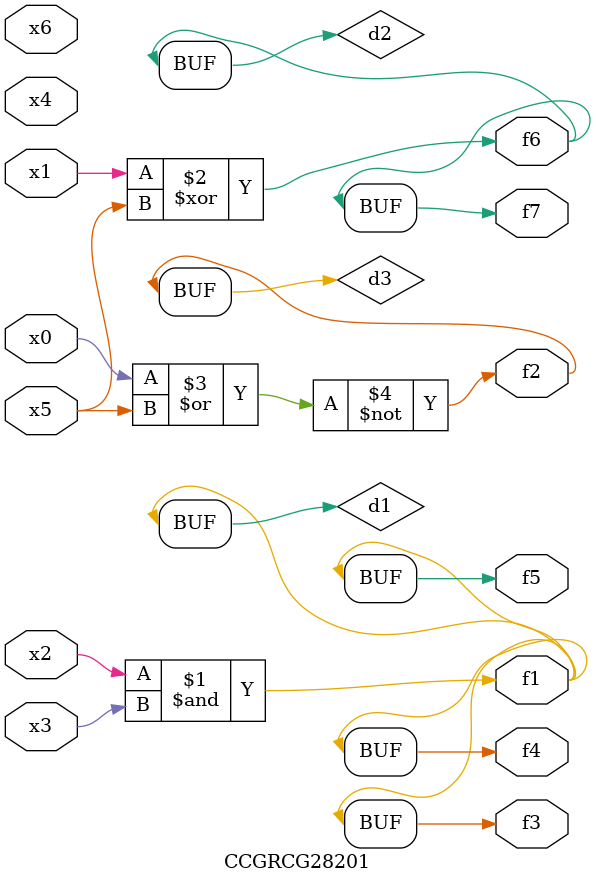
<source format=v>
module CCGRCG28201(
	input x0, x1, x2, x3, x4, x5, x6,
	output f1, f2, f3, f4, f5, f6, f7
);

	wire d1, d2, d3;

	and (d1, x2, x3);
	xor (d2, x1, x5);
	nor (d3, x0, x5);
	assign f1 = d1;
	assign f2 = d3;
	assign f3 = d1;
	assign f4 = d1;
	assign f5 = d1;
	assign f6 = d2;
	assign f7 = d2;
endmodule

</source>
